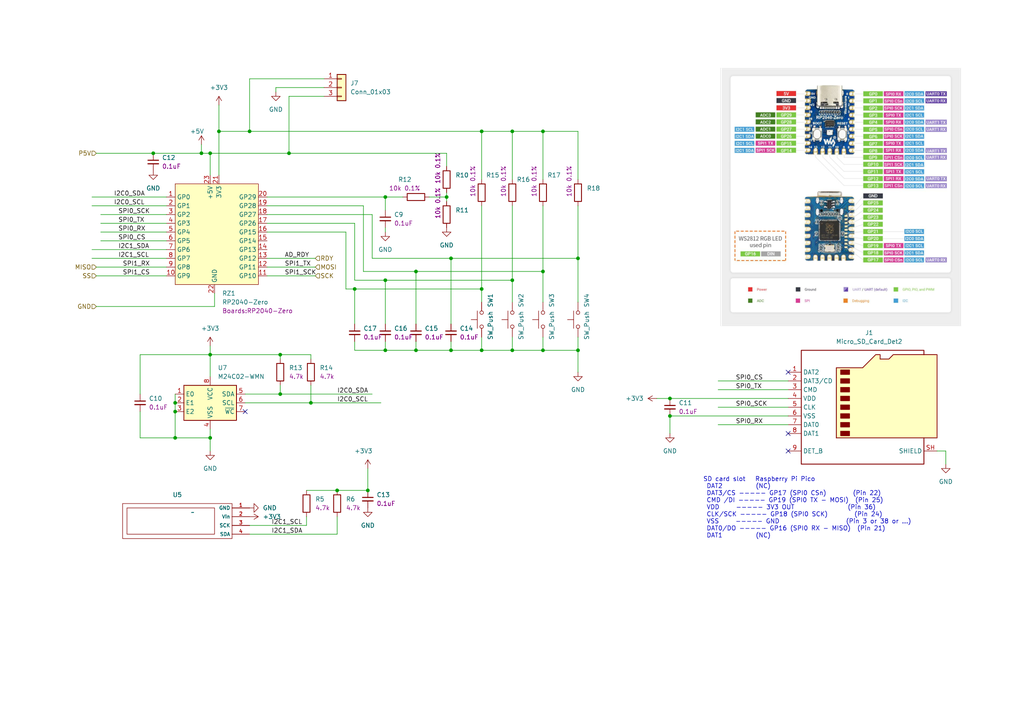
<source format=kicad_sch>
(kicad_sch (version 20230121) (generator eeschema)
  (paper "A4")
  (lib_symbols
    (symbol "Boards:0.91inchOled_32x128"
      (property "Reference" "U" (at -5.08 3.81 0))
      (symbol "0.91inchOled_32x128_0_1"
        (rectangle (start -25.4 2.54) (end 6.35 -7.62))
      )
      (symbol "0.91inchOled_32x128_1_0"
        (pin power_in line (at 11.43 1.27 180) (length 5.08) (name "GND") (number "1"))
        (pin power_in line (at 11.43 -1.27 180) (length 5.08) (name "Vin") (number "2"))
        (pin input line (at 11.43 -3.81 180) (length 5.08) (name "SCK") (number "3"))
        (pin bidirectional line (at 11.43 -6.35 180) (length 5.08) (name "SDA") (number "4"))
      )
      (symbol "0.91inchOled_32x128_1_1"
        (rectangle (start -24.13 1.27) (end 1.27 -6.35))
      )
    )
    (symbol "Boards:RP2040-Zero"
      (property "Reference" "RZ" (at 0 0 0))
      (property "Value" "RP2040-Zero" (at 0 -2.54 0))
      (property "Footprint" "Boards:RP2040-Zero" (at 17.78 -20.32 0))
      (symbol "RP2040-Zero_0_1"
        (rectangle (start -11.43 -15.24) (end 12.7 13.97) (fill (type background)))
      )
      (symbol "RP2040-Zero_1_1"
        (pin bidirectional line (at -13.97 10.16 0) (length 2.54) (name "GP0") (number "1"))
        (pin bidirectional line (at -13.97 -12.7 0) (length 2.54) (name "GP9") (number "10"))
        (pin bidirectional line (at 15.24 -12.7 180) (length 2.54) (name "GP10") (number "11"))
        (pin bidirectional line (at 15.24 -10.16 180) (length 2.54) (name "GP11") (number "12"))
        (pin bidirectional line (at 15.24 -7.62 180) (length 2.54) (name "GP12") (number "13"))
        (pin bidirectional line (at 15.24 -5.08 180) (length 2.54) (name "GP13") (number "14"))
        (pin bidirectional line (at 15.24 -2.54 180) (length 2.54) (name "GP14") (number "15"))
        (pin bidirectional line (at 15.24 0 180) (length 2.54) (name "GP15") (number "16"))
        (pin bidirectional line (at 15.24 2.54 180) (length 2.54) (name "GP26") (number "17"))
        (pin bidirectional line (at 15.24 5.08 180) (length 2.54) (name "GP27") (number "18"))
        (pin bidirectional line (at 15.24 7.62 180) (length 2.54) (name "GP28") (number "19"))
        (pin bidirectional line (at -13.97 7.62 0) (length 2.54) (name "GP1") (number "2"))
        (pin bidirectional line (at 15.24 10.16 180) (length 2.54) (name "GP29") (number "20"))
        (pin power_in line (at 1.27 16.51 270) (length 2.54) (name "3V3") (number "21"))
        (pin power_in line (at 0 -17.78 90) (length 2.54) (name "GND") (number "22"))
        (pin power_in line (at -1.27 16.51 270) (length 2.54) (name "+5V") (number "23"))
        (pin bidirectional line (at -13.97 5.08 0) (length 2.54) (name "GP2") (number "3"))
        (pin bidirectional line (at -13.97 2.54 0) (length 2.54) (name "GP3") (number "4"))
        (pin bidirectional line (at -13.97 0 0) (length 2.54) (name "GP4") (number "5"))
        (pin bidirectional line (at -13.97 -2.54 0) (length 2.54) (name "GP5") (number "6"))
        (pin bidirectional line (at -13.97 -5.08 0) (length 2.54) (name "GP6") (number "7"))
        (pin bidirectional line (at -13.97 -7.62 0) (length 2.54) (name "GP7") (number "8"))
        (pin bidirectional line (at -13.97 -10.16 0) (length 2.54) (name "GP8") (number "9"))
      )
    )
    (symbol "Connectors_local:Micro_SD_Card_Det2"
      (property "Reference" "J" (at -16.51 17.78 0))
      (property "Value" "Micro_SD_Card_Det2" (at 16.51 17.78 0))
      (symbol "Micro_SD_Card_Det2_0_1"
        (rectangle (start -7.62 -6.985) (end -5.08 -8.255) (stroke (width 0.254)) (fill (type outline)))
        (rectangle (start -7.62 -4.445) (end -5.08 -5.715) (stroke (width 0.254)) (fill (type outline)))
        (rectangle (start -7.62 -1.905) (end -5.08 -3.175) (stroke (width 0.254)) (fill (type outline)))
        (rectangle (start -7.62 0.635) (end -5.08 -0.635) (stroke (width 0.254)) (fill (type outline)))
        (rectangle (start -7.62 3.175) (end -5.08 1.905) (stroke (width 0.254)) (fill (type outline)))
        (rectangle (start -7.62 5.715) (end -5.08 4.445) (stroke (width 0.254)) (fill (type outline)))
        (rectangle (start -7.62 8.255) (end -5.08 6.985) (stroke (width 0.254)) (fill (type outline)))
        (rectangle (start -7.62 10.795) (end -5.08 9.525) (stroke (width 0.254)) (fill (type outline)))
        (polyline (pts (xy 16.51 15.24) (xy 16.51 16.51) (xy -19.05 16.51) (xy -19.05 -16.51) (xy 16.51 -16.51) (xy 16.51 -8.89)) (stroke (width 0.254)))
        (polyline (pts (xy -8.89 -8.89) (xy -8.89 11.43) (xy -1.27 11.43) (xy 2.54 15.24) (xy 3.81 15.24) (xy 3.81 13.97) (xy 6.35 13.97) (xy 7.62 15.24) (xy 20.32 15.24) (xy 20.32 -8.89) (xy -8.89 -8.89)) (stroke (width 0.254)) (fill (type background)))
      )
      (symbol "Micro_SD_Card_Det2_1_1"
        (pin bidirectional line (at -22.86 10.16 0) (length 3.81) (name "DAT2") (number "1"))
        (pin bidirectional line (at -22.86 7.62 0) (length 3.81) (name "DAT3/CD") (number "2"))
        (pin input line (at -22.86 5.08 0) (length 3.81) (name "CMD") (number "3"))
        (pin power_in line (at -22.86 2.54 0) (length 3.81) (name "VDD") (number "4"))
        (pin input line (at -22.86 0 0) (length 3.81) (name "CLK") (number "5"))
        (pin power_in line (at -22.86 -2.54 0) (length 3.81) (name "VSS") (number "6"))
        (pin bidirectional line (at -22.86 -5.08 0) (length 3.81) (name "DAT0") (number "7"))
        (pin bidirectional line (at -22.86 -7.62 0) (length 3.81) (name "DAT1") (number "8"))
        (pin passive line (at -22.86 -12.7 0) (length 3.81) (name "DET_B") (number "9"))
        (pin passive line (at 20.32 -12.7 180) (length 3.81) (name "SHIELD") (number "SH"))
      )
    )
    (symbol "Memory_EEPROM:M24C02-WMN"
      (property "Reference" "U" (at -6.35 6.35 0))
      (property "Value" "M24C02-WMN" (at 7.62 6.35 0))
      (symbol "M24C02-WMN_0_1"
        (rectangle (start -7.62 5.08) (end 7.62 -5.08) (stroke (width 0.254)) (fill (type background)))
      )
      (symbol "M24C02-WMN_1_1"
        (pin input line (at -10.16 2.54 0) (length 2.54) (name "E0") (number "1"))
        (pin input line (at -10.16 0 0) (length 2.54) (name "E1") (number "2"))
        (pin input line (at -10.16 -2.54 0) (length 2.54) (name "E2") (number "3"))
        (pin power_in line (at 0 -7.62 90) (length 2.54) (name "VSS") (number "4"))
        (pin bidirectional line (at 10.16 2.54 180) (length 2.54) (name "SDA") (number "5"))
        (pin input line (at 10.16 0 180) (length 2.54) (name "SCL") (number "6"))
        (pin input line (at 10.16 -2.54 180) (length 2.54) (name "~{WC}") (number "7"))
        (pin power_in line (at 0 7.62 270) (length 2.54) (name "VCC") (number "8"))
      )
    )
    (symbol "PCM_4ms_Capacitor:100nF_0603_16V" (pin_numbers hide) (pin_names (offset 0.254) hide)
      (property "Reference" "C" (at 1.905 1.27 0))
      (property "Display" "0.1uF" (at 1.905 -1.27 0))
      (symbol "100nF_0603_16V_0_1"
        (polyline (pts (xy -1.524 -0.508) (xy 1.524 -0.508)) (stroke (width 0.3302)))
        (polyline (pts (xy -1.524 0.508) (xy 1.524 0.508)) (stroke (width 0.3048)))
      )
      (symbol "100nF_0603_16V_1_1"
        (pin passive line (at 0 2.54 270) (length 2.032) (name "~") (number "1"))
        (pin passive line (at 0 -2.54 90) (length 2.032) (name "~") (number "2"))
      )
    )
    (symbol "PCM_4ms_Connector:Conn_01x03" (pin_names (offset 1.016) hide)
      (property "Reference" "J" (at 0 5.08 0))
      (property "Value" "Conn_01x03" (at 0 -5.08 0))
      (symbol "Conn_01x03_1_1"
        (rectangle (start -1.27 -2.413) (end 0 -2.667) (stroke (width 0.1524)))
        (rectangle (start -1.27 0.127) (end 0 -0.127) (stroke (width 0.1524)))
        (rectangle (start -1.27 2.667) (end 0 2.413) (stroke (width 0.1524)))
        (rectangle (start -1.27 3.81) (end 1.27 -3.81) (stroke (width 0.254)) (fill (type background)))
        (pin passive line (at -5.08 2.54 0) (length 3.81) (name "Pin_1") (number "1"))
        (pin passive line (at -5.08 0 0) (length 3.81) (name "Pin_2") (number "2"))
        (pin passive line (at -5.08 -2.54 0) (length 3.81) (name "Pin_3") (number "3"))
      )
    )
    (symbol "PCM_4ms_Power-symbol:+3.3V" (power) (pin_names (offset 0))
      (property "Value" "+3.3V" (at 0 3.556 0))
      (symbol "+3.3V_0_1"
        (polyline (pts (xy -0.762 1.27) (xy 0 2.54)))
        (polyline (pts (xy 0 0) (xy 0 2.54)))
        (polyline (pts (xy 0 2.54) (xy 0.762 1.27)))
      )
      (symbol "+3.3V_1_1"
        (pin power_in line (at 0 0 90) (length 0) hide (name "+3V3") (number "1"))
      )
    )
    (symbol "PCM_4ms_Power-symbol:+5V" (power) (pin_names (offset 0))
      (property "Value" "+5V" (at 0 3.556 0))
      (symbol "+5V_0_1"
        (polyline (pts (xy -0.762 1.27) (xy 0 2.54)))
        (polyline (pts (xy 0 0) (xy 0 2.54)))
        (polyline (pts (xy 0 2.54) (xy 0.762 1.27)))
      )
      (symbol "+5V_1_1"
        (pin power_in line (at 0 0 90) (length 0) hide (name "+5V") (number "1"))
      )
    )
    (symbol "PCM_4ms_Power-symbol:GND" (power) (pin_names (offset 0))
      (property "Value" "GND" (at 0 -3.81 0))
      (symbol "GND_0_1"
        (polyline (pts (xy 0 0) (xy 0 -1.27) (xy 1.27 -1.27) (xy 0 -2.54) (xy -1.27 -1.27) (xy 0 -1.27)))
      )
      (symbol "GND_1_1"
        (pin power_in line (at 0 0 270) (length 0) hide (name "GND") (number "1"))
      )
    )
    (symbol "PCM_4ms_Resistor:10k_0603_0.1%" (pin_numbers hide) (pin_names (offset 0))
      (property "Reference" "R" (at 2.032 0 90))
      (property "Display" "10k 0.1%" (at 3.81 -4.445 90))
      (symbol "10k_0603_0.1%_0_1"
        (rectangle (start -1.016 -2.54) (end 1.016 2.54) (stroke (width 0.254)))
      )
      (symbol "10k_0603_0.1%_1_1"
        (pin passive line (at 0 3.81 270) (length 1.27) (name "~") (number "1"))
        (pin passive line (at 0 -3.81 90) (length 1.27) (name "~") (number "2"))
      )
    )
    (symbol "PCM_4ms_Resistor:4.7k_0603" (pin_numbers hide) (pin_names (offset 0))
      (property "Reference" "R" (at 2.032 0 90))
      (property "Display" "4.7k" (at 3.81 0 90))
      (symbol "4.7k_0603_0_1"
        (rectangle (start -1.016 -2.54) (end 1.016 2.54) (stroke (width 0.254)))
      )
      (symbol "4.7k_0603_1_1"
        (pin passive line (at 0 3.81 270) (length 1.27) (name "~") (number "1"))
        (pin passive line (at 0 -3.81 90) (length 1.27) (name "~") (number "2"))
      )
    )
    (symbol "Switch:SW_Push" (pin_numbers hide) (pin_names (offset 1.016) hide)
      (property "Reference" "SW" (at 1.27 2.54 0))
      (property "Value" "SW_Push" (at 0 -1.524 0))
      (symbol "SW_Push_0_1"
        (circle (center -2.032 0) (radius 0.508))
        (polyline (pts (xy 0 1.27) (xy 0 3.048)))
        (polyline (pts (xy 2.54 1.27) (xy -2.54 1.27)))
        (circle (center 2.032 0) (radius 0.508))
        (pin passive line (at -5.08 0 0) (length 2.54) (name "1") (number "1"))
        (pin passive line (at 5.08 0 180) (length 2.54) (name "2") (number "2"))
      )
    )
  )
  (junction (at 111.76 101.6))
  (junction (at 120.65 78.74))
  (junction (at 111.76 57.15))
  (junction (at 58.42 44.45))
  (junction (at 157.48 38.1))
  (junction (at 63.5 38.1))
  (junction (at 139.7 83.82))
  (junction (at 167.64 101.6))
  (junction (at 157.48 78.74))
  (junction (at 130.81 101.6))
  (junction (at 194.31 115.57))
  (junction (at 83.82 44.45))
  (junction (at 50.8 116.84))
  (junction (at 90.17 116.84))
  (junction (at 44.45 44.45))
  (junction (at 50.8 119.38))
  (junction (at 148.59 81.28))
  (junction (at 148.59 101.6))
  (junction (at 130.81 74.93))
  (junction (at 81.28 114.3))
  (junction (at 106.68 142.24))
  (junction (at 50.8 127))
  (junction (at 111.76 81.28))
  (junction (at 60.96 127))
  (junction (at 102.87 83.82))
  (junction (at 157.48 101.6))
  (junction (at 167.64 74.93))
  (junction (at 148.59 38.1))
  (junction (at 81.28 102.87))
  (junction (at 129.54 57.15))
  (junction (at 60.96 102.87))
  (junction (at 194.31 120.65))
  (junction (at 120.65 101.6))
  (junction (at 72.39 38.1))
  (junction (at 139.7 38.1))
  (junction (at 139.7 101.6))
  (junction (at 97.79 142.24))
  (junction (at 60.96 44.45))
  (no_connect (at 228.6 125.73))
  (no_connect (at 71.12 119.38))
  (no_connect (at 228.6 107.95))
  (no_connect (at 228.6 130.81))
  (wire (pts (xy 102.87 64.77) (xy 102.87 81.28)))
  (wire (pts (xy 27.94 44.45) (xy 44.45 44.45)))
  (wire (pts (xy 102.87 83.82) (xy 139.7 83.82)))
  (wire (pts (xy 111.76 81.28) (xy 148.59 81.28)))
  (wire (pts (xy 77.47 74.93) (xy 91.44 74.93)))
  (wire (pts (xy 111.76 99.06) (xy 111.76 101.6)))
  (wire (pts (xy 90.17 102.87) (xy 90.17 104.14)))
  (wire (pts (xy 26.67 72.39) (xy 48.26 72.39)))
  (wire (pts (xy 111.76 57.15) (xy 116.84 57.15)))
  (wire (pts (xy 130.81 101.6) (xy 139.7 101.6)))
  (wire (pts (xy 102.87 81.28) (xy 111.76 81.28)))
  (wire (pts (xy 81.28 102.87) (xy 90.17 102.87)))
  (wire (pts (xy 60.96 127) (xy 50.8 127)))
  (wire (pts (xy 62.23 88.9) (xy 62.23 85.09)))
  (wire (pts (xy 167.64 101.6) (xy 167.64 107.95)))
  (wire (pts (xy 120.65 78.74) (xy 157.48 78.74)))
  (wire (pts (xy 77.47 64.77) (xy 102.87 64.77)))
  (wire (pts (xy 27.94 80.01) (xy 48.26 80.01)))
  (wire (pts (xy 58.42 41.91) (xy 58.42 44.45)))
  (wire (pts (xy 77.47 59.69) (xy 105.41 59.69)))
  (wire (pts (xy 102.87 101.6) (xy 111.76 101.6)))
  (wire (pts (xy 50.8 119.38) (xy 50.8 116.84)))
  (wire (pts (xy 71.12 116.84) (xy 90.17 116.84)))
  (wire (pts (xy 60.96 44.45) (xy 60.96 50.8)))
  (wire (pts (xy 81.28 111.76) (xy 81.28 114.3)))
  (wire (pts (xy 77.47 57.15) (xy 111.76 57.15)))
  (wire (pts (xy 60.96 100.33) (xy 60.96 102.87)))
  (wire (pts (xy 194.31 115.57) (xy 228.6 115.57)))
  (wire (pts (xy 60.96 130.81) (xy 60.96 127)))
  (wire (pts (xy 100.33 83.82) (xy 102.87 83.82)))
  (wire (pts (xy 129.54 57.15) (xy 129.54 58.42)))
  (wire (pts (xy 63.5 30.48) (xy 63.5 38.1)))
  (wire (pts (xy 93.98 22.86) (xy 72.39 22.86)))
  (wire (pts (xy 130.81 99.06) (xy 130.81 101.6)))
  (wire (pts (xy 139.7 38.1) (xy 148.59 38.1)))
  (wire (pts (xy 97.79 154.94) (xy 97.79 149.86)))
  (wire (pts (xy 167.64 74.93) (xy 167.64 87.63)))
  (wire (pts (xy 102.87 83.82) (xy 102.87 93.98)))
  (wire (pts (xy 63.5 38.1) (xy 63.5 50.8)))
  (wire (pts (xy 111.76 60.96) (xy 111.76 57.15)))
  (wire (pts (xy 111.76 101.6) (xy 120.65 101.6)))
  (wire (pts (xy 228.6 120.65) (xy 194.31 120.65)))
  (wire (pts (xy 194.31 120.65) (xy 194.31 125.73)))
  (wire (pts (xy 271.78 130.81) (xy 274.32 130.81)))
  (wire (pts (xy 72.39 152.4) (xy 88.9 152.4)))
  (wire (pts (xy 111.76 66.04) (xy 111.76 67.31)))
  (wire (pts (xy 63.5 38.1) (xy 72.39 38.1)))
  (wire (pts (xy 208.28 118.11) (xy 228.6 118.11)))
  (wire (pts (xy 148.59 101.6) (xy 157.48 101.6)))
  (wire (pts (xy 81.28 114.3) (xy 107.95 114.3)))
  (wire (pts (xy 107.95 62.23) (xy 107.95 74.93)))
  (wire (pts (xy 60.96 44.45) (xy 83.82 44.45)))
  (wire (pts (xy 105.41 59.69) (xy 105.41 78.74)))
  (wire (pts (xy 60.96 102.87) (xy 60.96 109.22)))
  (wire (pts (xy 139.7 97.79) (xy 139.7 101.6)))
  (wire (pts (xy 130.81 74.93) (xy 167.64 74.93)))
  (wire (pts (xy 129.54 55.88) (xy 129.54 57.15)))
  (wire (pts (xy 120.65 99.06) (xy 120.65 101.6)))
  (wire (pts (xy 208.28 113.03) (xy 228.6 113.03)))
  (wire (pts (xy 71.12 114.3) (xy 81.28 114.3)))
  (wire (pts (xy 72.39 22.86) (xy 72.39 38.1)))
  (wire (pts (xy 120.65 78.74) (xy 120.65 93.98)))
  (wire (pts (xy 83.82 27.94) (xy 83.82 44.45)))
  (wire (pts (xy 60.96 102.87) (xy 40.64 102.87)))
  (wire (pts (xy 77.47 62.23) (xy 107.95 62.23)))
  (wire (pts (xy 106.68 135.89) (xy 106.68 142.24)))
  (wire (pts (xy 148.59 81.28) (xy 148.59 87.63)))
  (wire (pts (xy 40.64 102.87) (xy 40.64 114.3)))
  (wire (pts (xy 29.21 62.23) (xy 48.26 62.23)))
  (wire (pts (xy 167.64 97.79) (xy 167.64 101.6)))
  (wire (pts (xy 190.5 115.57) (xy 194.31 115.57)))
  (wire (pts (xy 44.45 44.45) (xy 58.42 44.45)))
  (wire (pts (xy 208.28 110.49) (xy 228.6 110.49)))
  (wire (pts (xy 167.64 59.69) (xy 167.64 74.93)))
  (wire (pts (xy 148.59 97.79) (xy 148.59 101.6)))
  (wire (pts (xy 105.41 78.74) (xy 120.65 78.74)))
  (wire (pts (xy 77.47 80.01) (xy 91.44 80.01)))
  (wire (pts (xy 130.81 74.93) (xy 130.81 93.98)))
  (wire (pts (xy 88.9 142.24) (xy 97.79 142.24)))
  (wire (pts (xy 107.95 74.93) (xy 130.81 74.93)))
  (wire (pts (xy 26.67 74.93) (xy 48.26 74.93)))
  (wire (pts (xy 58.42 44.45) (xy 60.96 44.45)))
  (wire (pts (xy 120.65 101.6) (xy 130.81 101.6)))
  (wire (pts (xy 90.17 116.84) (xy 110.49 116.84)))
  (wire (pts (xy 274.32 130.81) (xy 274.32 134.62)))
  (wire (pts (xy 129.54 44.45) (xy 129.54 48.26)))
  (wire (pts (xy 27.94 88.9) (xy 62.23 88.9)))
  (wire (pts (xy 27.94 77.47) (xy 48.26 77.47)))
  (wire (pts (xy 139.7 83.82) (xy 139.7 87.63)))
  (wire (pts (xy 111.76 81.28) (xy 111.76 93.98)))
  (wire (pts (xy 139.7 38.1) (xy 139.7 52.07)))
  (wire (pts (xy 81.28 104.14) (xy 81.28 102.87)))
  (wire (pts (xy 48.26 64.77) (xy 29.21 64.77)))
  (wire (pts (xy 60.96 127) (xy 60.96 124.46)))
  (wire (pts (xy 26.67 57.15) (xy 48.26 57.15)))
  (wire (pts (xy 157.48 59.69) (xy 157.48 78.74)))
  (wire (pts (xy 148.59 59.69) (xy 148.59 81.28)))
  (wire (pts (xy 93.98 27.94) (xy 83.82 27.94)))
  (wire (pts (xy 157.48 78.74) (xy 157.48 87.63)))
  (wire (pts (xy 208.28 123.19) (xy 228.6 123.19)))
  (wire (pts (xy 157.48 101.6) (xy 167.64 101.6)))
  (wire (pts (xy 26.67 59.69) (xy 48.26 59.69)))
  (wire (pts (xy 80.01 26.67) (xy 80.01 25.4)))
  (wire (pts (xy 157.48 38.1) (xy 167.64 38.1)))
  (wire (pts (xy 80.01 25.4) (xy 93.98 25.4)))
  (wire (pts (xy 157.48 38.1) (xy 157.48 52.07)))
  (wire (pts (xy 29.21 69.85) (xy 48.26 69.85)))
  (wire (pts (xy 157.48 97.79) (xy 157.48 101.6)))
  (wire (pts (xy 124.46 57.15) (xy 129.54 57.15)))
  (wire (pts (xy 77.47 67.31) (xy 100.33 67.31)))
  (wire (pts (xy 88.9 149.86) (xy 88.9 152.4)))
  (wire (pts (xy 29.21 67.31) (xy 48.26 67.31)))
  (wire (pts (xy 60.96 102.87) (xy 81.28 102.87)))
  (wire (pts (xy 83.82 44.45) (xy 129.54 44.45)))
  (wire (pts (xy 139.7 59.69) (xy 139.7 83.82)))
  (wire (pts (xy 102.87 99.06) (xy 102.87 101.6)))
  (wire (pts (xy 50.8 116.84) (xy 50.8 114.3)))
  (wire (pts (xy 40.64 127) (xy 50.8 127)))
  (wire (pts (xy 148.59 38.1) (xy 148.59 52.07)))
  (wire (pts (xy 148.59 38.1) (xy 157.48 38.1)))
  (wire (pts (xy 167.64 38.1) (xy 167.64 52.07)))
  (wire (pts (xy 100.33 67.31) (xy 100.33 83.82)))
  (wire (pts (xy 50.8 127) (xy 50.8 119.38)))
  (wire (pts (xy 106.68 142.24) (xy 97.79 142.24)))
  (wire (pts (xy 139.7 101.6) (xy 148.59 101.6)))
  (wire (pts (xy 72.39 154.94) (xy 97.79 154.94)))
  (wire (pts (xy 40.64 119.38) (xy 40.64 127)))
  (wire (pts (xy 77.47 77.47) (xy 91.44 77.47)))
  (wire (pts (xy 72.39 38.1) (xy 139.7 38.1)))
  (wire (pts (xy 90.17 111.76) (xy 90.17 116.84)))
  (image (at 243.84 57.15) (scale 0.916669))
  (text "      SD card slot   Raspberry Pi Pico\n       DAT2          (NC)\n       DAT3/CS ----- GP17 (SPI0 CSn)        (Pin 22)\n       CMD /DI ----- GP19 (SPI0 TX - MOSI)  (Pin 25)\n       VDD     ----- 3V3 OUT                (Pin 36)\n       CLK/SCK ----- GP18 (SPI0 SCK)        (Pin 24)\n       VSS     ----- GND                    (Pin 3 or 38 or ...)\n       DAT0/DO ----- GP16 (SPI0 RX - MISO)  (Pin 21)\n       DAT1          (NC)" (at 198.12 156.21 0) (effects (font (size 1.27 1.27)) (justify left bottom)))
  (label "SPI0_TX" (at 34.29 64.77 0))
  (label "SPI0_SCK" (at 213.36 118.11 0))
  (label "SPI0_TX" (at 213.36 113.03 0))
  (label "I2C1_SDA" (at 34.29 72.39 0))
  (label "I2C0_SCL" (at 33.02 59.69 0))
  (label "I2C1_SDA" (at 78.74 154.94 0))
  (label "I2C1_SCL" (at 78.74 152.4 0))
  (label "SPI0_CS" (at 213.36 110.49 0))
  (label "SPI1_SCK" (at 82.55 80.01 0))
  (label "SPI1_TX" (at 82.55 77.47 0))
  (label "I2C0_SDA" (at 33.02 57.15 0))
  (label "SPI0_CS" (at 34.29 69.85 0))
  (label "SPI1_RX" (at 35.56 77.47 0))
  (label "SPI0_RX" (at 213.36 123.19 0))
  (label "I2C0_SDA" (at 97.79 114.3 0))
  (label "AD_RDY" (at 82.55 74.93 0))
  (label "I2C0_SCL" (at 97.79 116.84 0))
  (label "SPI1_CS" (at 35.56 80.01 0))
  (label "I2C1_SCL" (at 34.29 74.93 0))
  (label "SPI0_SCK" (at 34.29 62.23 0))
  (label "SPI0_RX" (at 34.29 67.31 0))
  (hierarchical_label "MISO" (shape input) (at 27.94 77.47 180))
  (hierarchical_label "MOSI" (shape input) (at 91.44 77.47 0))
  (hierarchical_label "P5V" (shape input) (at 27.94 44.45 180))
  (hierarchical_label "SS" (shape input) (at 27.94 80.01 180))
  (hierarchical_label "SCK" (shape input) (at 91.44 80.01 0))
  (hierarchical_label "RDY" (shape input) (at 91.44 74.93 0))
  (hierarchical_label "GND" (shape input) (at 27.94 88.9 180))
  (symbol (lib_id "PCM_4ms_Power-symbol:GND") (at 44.45 49.53 0) (unit 1)
    (property "Reference" "#PWR019" (effects hide))
    (property "Value" "GND" (at 44.45 54.61 0))
  )
  (symbol (lib_id "PCM_4ms_Resistor:4.7k_0603") (at 81.28 107.95 0) (unit 1)
    (property "Reference" "R13" (at 83.82 106.68 0) (effects (justify left)))
    (property "Value" "4.7k_0603" (effects hide))
    (property "Footprint" "PCM_4ms_Resistor:R_0603" (effects hide))
    (property "Specifications" "4k7, 1%, 1/10W, 0603" (effects hide))
    (property "Manufacturer" "Yageo" (effects hide))
    (property "Part Number" "RC0603FR-074K7L" (effects hide))
    (property "Display" "4.7k" (at 83.82 109.22 0) (effects (justify left)))
    (property "JLCPCB ID" "C23162" (effects hide))
  )
  (symbol (lib_id "Switch:SW_Push") (at 139.7 92.71 90) (unit 1)
    (property "Reference" "SW1" (at 142.24 85.09 0) (effects (justify right)))
    (property "Value" "SW_Push" (at 142.24 90.17 0) (effects (justify right)))
    (property "Footprint" "Button_Switch_THT:SW_PUSH_6mm_H4.3mm" (effects hide))
  )
  (symbol (lib_id "PCM_4ms_Capacitor:100nF_0603_16V") (at 194.31 118.11 0) (unit 1)
    (property "Reference" "C11" (at 196.85 116.8463 0) (effects (justify left)))
    (property "Value" "100nF_0603_16V" (effects hide))
    (property "Footprint" "PCM_4ms_Capacitor:C_0603" (effects hide))
    (property "Specifications" "0.1uF, Min. 16V 10%, X7R or X5R or similar" (effects hide))
    (property "Manufacturer" "AVX Corporation" (effects hide))
    (property "Part Number" "0603YC104KAT2A" (effects hide))
    (property "Display" "0.1uF" (at 196.85 119.3863 0) (effects (justify left)))
    (property "JLCPCB ID" "C14663" (effects hide))
  )
  (symbol (lib_id "Memory_EEPROM:M24C02-WMN") (at 60.96 116.84 0) (unit 1)
    (property "Reference" "U7" (at 63.1541 106.68 0) (effects (justify left)))
    (property "Value" "M24C02-WMN" (at 63.1541 109.22 0) (effects (justify left)))
    (property "Footprint" "Package_SO:SOIC-8_3.9x4.9mm_P1.27mm" (effects hide))
    (property "Datasheet" "http://www.st.com/content/ccc/resource/technical/document/datasheet/b0/d8/50/40/5a/85/49/6f/DM00071904.pdf/files/DM00071904.pdf/jcr:content/translations/en.DM00071904.pdf" (effects hide))
  )
  (symbol (lib_id "PCM_4ms_Power-symbol:GND") (at 111.76 67.31 0) (unit 1)
    (property "Reference" "#PWR021" (effects hide))
    (property "Value" "GND" (at 111.76 72.39 0))
  )
  (symbol (lib_id "Boards:RP2040-Zero") (at 62.23 67.31 0) (unit 1)
    (property "Reference" "RZ1" (at 64.4241 85.09 0) (effects (justify left)))
    (property "Value" "RP2040-Zero" (at 64.4241 87.63 0) (effects (justify left)))
    (property "Footprint" "Boards:RP2040-Zero" (at 64.4241 90.17 0) (effects (justify left)))
  )
  (symbol (lib_id "PCM_4ms_Capacitor:100nF_0603_16V") (at 106.68 144.78 0) (unit 1)
    (property "Reference" "C13" (at 109.22 143.5163 0) (effects (justify left)))
    (property "Value" "100nF_0603_16V" (effects hide))
    (property "Footprint" "PCM_4ms_Capacitor:C_0603" (effects hide))
    (property "Specifications" "0.1uF, Min. 16V 10%, X7R or X5R or similar" (effects hide))
    (property "Manufacturer" "AVX Corporation" (effects hide))
    (property "Part Number" "0603YC104KAT2A" (effects hide))
    (property "Display" "0.1uF" (at 109.22 146.0563 0) (effects (justify left)))
    (property "JLCPCB ID" "C14663" (effects hide))
  )
  (symbol (lib_id "PCM_4ms_Power-symbol:GND") (at 80.01 26.67 0) (unit 1)
    (property "Reference" "#PWR028" (effects hide))
    (property "Value" "GND" (at 80.01 31.75 0))
  )
  (symbol (lib_id "PCM_4ms_Resistor:10k_0603_0.1%") (at 129.54 62.23 0) (unit 1)
    (property "Reference" "R11" (at 132.08 60.96 0) (effects (justify left)))
    (property "Value" "10k_0603_0.1%" (effects hide))
    (property "Footprint" "PCM_4ms_Resistor:R_0603" (effects hide))
    (property "Display" "10k 0.1%" (at 127 63.5 90) (effects (justify left)))
    (property "Specifications" "10k, 0.1%, 1/16W, 0603, 25ppm" (effects hide))
    (property "Manufacturer" "Panasonic" (effects hide))
    (property "Part Number" "ERJ-PB3B1002V" (effects hide))
    (property "Manufacturer 2" "Yageo" (effects hide))
    (property "Part Number 2" "RT0603BRD1010KL" (effects hide))
  )
  (symbol (lib_id "PCM_4ms_Power-symbol:GND") (at 274.32 134.62 0) (unit 1)
    (property "Reference" "#PWR015" (effects hide))
    (property "Value" "GND" (at 274.32 139.7 0))
  )
  (symbol (lib_id "PCM_4ms_Resistor:4.7k_0603") (at 90.17 107.95 0) (unit 1)
    (property "Reference" "R14" (at 92.71 106.68 0) (effects (justify left)))
    (property "Value" "4.7k_0603" (effects hide))
    (property "Footprint" "PCM_4ms_Resistor:R_0603" (effects hide))
    (property "Specifications" "4k7, 1%, 1/10W, 0603" (effects hide))
    (property "Manufacturer" "Yageo" (effects hide))
    (property "Part Number" "RC0603FR-074K7L" (effects hide))
    (property "Display" "4.7k" (at 92.71 109.22 0) (effects (justify left)))
    (property "JLCPCB ID" "C23162" (effects hide))
  )
  (symbol (lib_id "PCM_4ms_Capacitor:100nF_0603_16V") (at 102.87 96.52 0) (unit 1)
    (property "Reference" "C17" (at 105.41 95.2563 0) (effects (justify left)))
    (property "Value" "100nF_0603_16V" (effects hide))
    (property "Footprint" "PCM_4ms_Capacitor:C_0603" (effects hide))
    (property "Specifications" "0.1uF, Min. 16V 10%, X7R or X5R or similar" (effects hide))
    (property "Manufacturer" "AVX Corporation" (effects hide))
    (property "Part Number" "0603YC104KAT2A" (effects hide))
    (property "Display" "0.1uF" (at 105.41 97.7963 0) (effects (justify left)))
    (property "JLCPCB ID" "C14663" (effects hide))
  )
  (symbol (lib_id "PCM_4ms_Power-symbol:GND") (at 106.68 147.32 0) (unit 1)
    (property "Reference" "#PWR025" (effects hide))
    (property "Value" "GND" (at 106.68 152.4 0))
  )
  (symbol (lib_id "PCM_4ms_Connector:Conn_01x03") (at 99.06 25.4 0) (unit 1)
    (property "Reference" "J7" (at 101.6 24.13 0) (effects (justify left)))
    (property "Value" "Conn_01x03" (at 101.6 26.67 0) (effects (justify left)))
    (property "Footprint" "PCM_4ms_Connector:Pins_1x03_2.54mm_TH_AudioInsRGndL" (effects hide))
    (property "Specifications" "HEADER 1x3 MALE PINS 0.100” 180deg" (effects hide))
    (property "Manufacturer" "TAD" (effects hide))
    (property "Part Number" "1-0301FBV0T" (effects hide))
  )
  (symbol (lib_id "PCM_4ms_Capacitor:100nF_0603_16V") (at 44.45 46.99 0) (unit 1)
    (property "Reference" "C12" (at 46.99 45.7263 0) (effects (justify left)))
    (property "Value" "100nF_0603_16V" (effects hide))
    (property "Footprint" "PCM_4ms_Capacitor:C_0603" (effects hide))
    (property "Specifications" "0.1uF, Min. 16V 10%, X7R or X5R or similar" (effects hide))
    (property "Manufacturer" "AVX Corporation" (effects hide))
    (property "Part Number" "0603YC104KAT2A" (effects hide))
    (property "Display" "0.1uF" (at 46.99 48.2663 0) (effects (justify left)))
    (property "JLCPCB ID" "C14663" (effects hide))
  )
  (symbol (lib_id "PCM_4ms_Capacitor:100nF_0603_16V") (at 130.81 96.52 0) (unit 1)
    (property "Reference" "C14" (at 133.35 95.2563 0) (effects (justify left)))
    (property "Value" "100nF_0603_16V" (effects hide))
    (property "Footprint" "PCM_4ms_Capacitor:C_0603" (effects hide))
    (property "Specifications" "0.1uF, Min. 16V 10%, X7R or X5R or similar" (effects hide))
    (property "Manufacturer" "AVX Corporation" (effects hide))
    (property "Part Number" "0603YC104KAT2A" (effects hide))
    (property "Display" "0.1uF" (at 133.35 97.7963 0) (effects (justify left)))
    (property "JLCPCB ID" "C14663" (effects hide))
  )
  (symbol (lib_id "PCM_4ms_Capacitor:100nF_0603_16V") (at 120.65 96.52 0) (unit 1)
    (property "Reference" "C15" (at 123.19 95.2563 0) (effects (justify left)))
    (property "Value" "100nF_0603_16V" (effects hide))
    (property "Footprint" "PCM_4ms_Capacitor:C_0603" (effects hide))
    (property "Specifications" "0.1uF, Min. 16V 10%, X7R or X5R or similar" (effects hide))
    (property "Manufacturer" "AVX Corporation" (effects hide))
    (property "Part Number" "0603YC104KAT2A" (effects hide))
    (property "Display" "0.1uF" (at 123.19 97.7963 0) (effects (justify left)))
    (property "JLCPCB ID" "C14663" (effects hide))
  )
  (symbol (lib_id "PCM_4ms_Power-symbol:GND") (at 72.39 147.32 90) (unit 1)
    (property "Reference" "#PWR017" (effects hide))
    (property "Value" "GND" (at 76.2 147.32 90) (effects (justify right)))
  )
  (symbol (lib_id "PCM_4ms_Resistor:10k_0603_0.1%") (at 157.48 55.88 0) (unit 1)
    (property "Reference" "R17" (at 158.75 50.8 0) (effects (justify left)))
    (property "Value" "10k_0603_0.1%" (effects hide))
    (property "Footprint" "PCM_4ms_Resistor:R_0603" (effects hide))
    (property "Display" "10k 0.1%" (at 154.94 57.15 90) (effects (justify left)))
    (property "Specifications" "10k, 0.1%, 1/16W, 0603, 25ppm" (effects hide))
    (property "Manufacturer" "Panasonic" (effects hide))
    (property "Part Number" "ERJ-PB3B1002V" (effects hide))
    (property "Manufacturer 2" "Yageo" (effects hide))
    (property "Part Number 2" "RT0603BRD1010KL" (effects hide))
  )
  (symbol (lib_id "PCM_4ms_Power-symbol:+3.3V") (at 60.96 100.33 0) (unit 1)
    (property "Reference" "#PWR022" (effects hide))
    (property "Value" "+3.3V" (at 60.96 95.25 0))
  )
  (symbol (lib_id "PCM_4ms_Power-symbol:+5V") (at 58.42 41.91 0) (unit 1)
    (property "Reference" "#PWR026" (effects hide))
    (property "Value" "+5V" (at 57.15 38.1 0))
  )
  (symbol (lib_id "PCM_4ms_Power-symbol:+3.3V") (at 106.68 135.89 0) (unit 1)
    (property "Reference" "#PWR018" (effects hide))
    (property "Value" "+3.3V" (at 105.41 130.81 0))
  )
  (symbol (lib_id "PCM_4ms_Power-symbol:GND") (at 167.64 107.95 0) (unit 1)
    (property "Reference" "#PWR024" (effects hide))
    (property "Value" "GND" (at 167.64 113.03 0))
  )
  (symbol (lib_id "Switch:SW_Push") (at 148.59 92.71 90) (unit 1)
    (property "Reference" "SW2" (at 151.13 85.09 0) (effects (justify right)))
    (property "Value" "SW_Push" (at 151.13 90.17 0) (effects (justify right)))
    (property "Footprint" "Button_Switch_THT:SW_PUSH_6mm_H4.3mm" (effects hide))
  )
  (symbol (lib_id "PCM_4ms_Resistor:10k_0603_0.1%") (at 148.59 55.88 0) (unit 1)
    (property "Reference" "R16" (at 149.86 52.07 0) (effects (justify left)))
    (property "Value" "10k_0603_0.1%" (effects hide))
    (property "Footprint" "PCM_4ms_Resistor:R_0603" (effects hide))
    (property "Display" "10k 0.1%" (at 146.05 57.15 90) (effects (justify left)))
    (property "Specifications" "10k, 0.1%, 1/16W, 0603, 25ppm" (effects hide))
    (property "Manufacturer" "Panasonic" (effects hide))
    (property "Part Number" "ERJ-PB3B1002V" (effects hide))
    (property "Manufacturer 2" "Yageo" (effects hide))
    (property "Part Number 2" "RT0603BRD1010KL" (effects hide))
  )
  (symbol (lib_id "PCM_4ms_Power-symbol:GND") (at 129.54 66.04 0) (unit 1)
    (property "Reference" "#PWR020" (effects hide))
    (property "Value" "GND" (at 129.54 71.12 0))
  )
  (symbol (lib_id "PCM_4ms_Capacitor:100nF_0603_16V") (at 40.64 116.84 0) (unit 1)
    (property "Reference" "C10" (at 43.18 115.5763 0) (effects (justify left)))
    (property "Value" "100nF_0603_16V" (effects hide))
    (property "Footprint" "PCM_4ms_Capacitor:C_0603" (effects hide))
    (property "Specifications" "0.1uF, Min. 16V 10%, X7R or X5R or similar" (effects hide))
    (property "Manufacturer" "AVX Corporation" (effects hide))
    (property "Part Number" "0603YC104KAT2A" (effects hide))
    (property "Display" "0.1uF" (at 43.18 118.1163 0) (effects (justify left)))
    (property "JLCPCB ID" "C14663" (effects hide))
  )
  (symbol (lib_id "Switch:SW_Push") (at 167.64 92.71 90) (unit 1)
    (property "Reference" "SW4" (at 170.18 85.09 0) (effects (justify right)))
    (property "Value" "SW_Push" (at 170.18 90.17 0) (effects (justify right)))
    (property "Footprint" "Button_Switch_THT:SW_PUSH_6mm_H4.3mm" (effects hide))
  )
  (symbol (lib_id "Connectors_local:Micro_SD_Card_Det2") (at 251.46 118.11 0) (unit 1)
    (property "Reference" "J1" (at 252.095 96.52 0))
    (property "Value" "Micro_SD_Card_Det2" (at 252.095 99.06 0))
    (property "Footprint" "Connectors_local:J_SD_Card-micro_socket_A" (effects hide))
    (property "Datasheet" "https://www.hirose.com/en/product/document?clcode=&productname=&series=DM3&documenttype=Catalog&lang=en&documentid=D49662_en" (effects hide))
  )
  (symbol (lib_id "PCM_4ms_Power-symbol:+3.3V") (at 72.39 149.86 270) (unit 1)
    (property "Reference" "#PWR016" (effects hide))
    (property "Value" "+3.3V" (at 76.2 149.86 90) (effects (justify left)))
  )
  (symbol (lib_id "PCM_4ms_Power-symbol:+3.3V") (at 63.5 30.48 0) (unit 1)
    (property "Reference" "#PWR027" (effects hide))
    (property "Value" "+3.3V" (at 63.5 25.4 0))
  )
  (symbol (lib_id "PCM_4ms_Resistor:4.7k_0603") (at 88.9 146.05 0) (unit 1)
    (property "Reference" "R5" (at 91.44 144.78 0) (effects (justify left)))
    (property "Value" "4.7k_0603" (effects hide))
    (property "Footprint" "PCM_4ms_Resistor:R_0603" (effects hide))
    (property "Specifications" "4k7, 1%, 1/10W, 0603" (effects hide))
    (property "Manufacturer" "Yageo" (effects hide))
    (property "Part Number" "RC0603FR-074K7L" (effects hide))
    (property "Display" "4.7k" (at 91.44 147.32 0) (effects (justify left)))
    (property "JLCPCB ID" "C23162" (effects hide))
  )
  (symbol (lib_id "PCM_4ms_Capacitor:100nF_0603_16V") (at 111.76 63.5 0) (unit 1)
    (property "Reference" "C9" (at 114.3 62.2363 0) (effects (justify left)))
    (property "Value" "100nF_0603_16V" (effects hide))
    (property "Footprint" "PCM_4ms_Capacitor:C_0603" (effects hide))
    (property "Specifications" "0.1uF, Min. 16V 10%, X7R or X5R or similar" (effects hide))
    (property "Manufacturer" "AVX Corporation" (effects hide))
    (property "Part Number" "0603YC104KAT2A" (effects hide))
    (property "Display" "0.1uF" (at 114.3 64.7763 0) (effects (justify left)))
    (property "JLCPCB ID" "C14663" (effects hide))
  )
  (symbol (lib_id "PCM_4ms_Power-symbol:+3.3V") (at 190.5 115.57 90) (unit 1)
    (property "Reference" "#PWR013" (effects hide))
    (property "Value" "+3.3V" (at 186.69 115.57 90) (effects (justify left)))
  )
  (symbol (lib_id "PCM_4ms_Capacitor:100nF_0603_16V") (at 111.76 96.52 0) (unit 1)
    (property "Reference" "C16" (at 114.3 95.2563 0) (effects (justify left)))
    (property "Value" "100nF_0603_16V" (effects hide))
    (property "Footprint" "PCM_4ms_Capacitor:C_0603" (effects hide))
    (property "Specifications" "0.1uF, Min. 16V 10%, X7R or X5R or similar" (effects hide))
    (property "Manufacturer" "AVX Corporation" (effects hide))
    (property "Part Number" "0603YC104KAT2A" (effects hide))
    (property "Display" "0.1uF" (at 114.3 97.7963 0) (effects (justify left)))
    (property "JLCPCB ID" "C14663" (effects hide))
  )
  (symbol (lib_id "PCM_4ms_Resistor:10k_0603_0.1%") (at 139.7 55.88 0) (unit 1)
    (property "Reference" "R15" (at 140.97 50.8 0) (effects (justify left)))
    (property "Value" "10k_0603_0.1%" (effects hide))
    (property "Footprint" "PCM_4ms_Resistor:R_0603" (effects hide))
    (property "Display" "10k 0.1%" (at 137.16 57.15 90) (effects (justify left)))
    (property "Specifications" "10k, 0.1%, 1/16W, 0603, 25ppm" (effects hide))
    (property "Manufacturer" "Panasonic" (effects hide))
    (property "Part Number" "ERJ-PB3B1002V" (effects hide))
    (property "Manufacturer 2" "Yageo" (effects hide))
    (property "Part Number 2" "RT0603BRD1010KL" (effects hide))
  )
  (symbol (lib_id "PCM_4ms_Resistor:4.7k_0603") (at 97.79 146.05 0) (unit 1)
    (property "Reference" "R6" (at 100.33 144.78 0) (effects (justify left)))
    (property "Value" "4.7k_0603" (effects hide))
    (property "Footprint" "PCM_4ms_Resistor:R_0603" (effects hide))
    (property "Specifications" "4k7, 1%, 1/10W, 0603" (effects hide))
    (property "Manufacturer" "Yageo" (effects hide))
    (property "Part Number" "RC0603FR-074K7L" (effects hide))
    (property "Display" "4.7k" (at 100.33 147.32 0) (effects (justify left)))
    (property "JLCPCB ID" "C23162" (effects hide))
  )
  (symbol (lib_id "PCM_4ms_Resistor:10k_0603_0.1%") (at 129.54 52.07 0) (unit 1)
    (property "Reference" "R10" (at 132.08 50.8 0) (effects (justify left)))
    (property "Value" "10k_0603_0.1%" (effects hide))
    (property "Footprint" "PCM_4ms_Resistor:R_0603" (effects hide))
    (property "Display" "10k 0.1%" (at 127 53.34 90) (effects (justify left)))
    (property "Specifications" "10k, 0.1%, 1/16W, 0603, 25ppm" (effects hide))
    (property "Manufacturer" "Panasonic" (effects hide))
    (property "Part Number" "ERJ-PB3B1002V" (effects hide))
    (property "Manufacturer 2" "Yageo" (effects hide))
    (property "Part Number 2" "RT0603BRD1010KL" (effects hide))
  )
  (symbol (lib_id "PCM_4ms_Resistor:10k_0603_0.1%") (at 167.64 55.88 0) (unit 1)
    (property "Reference" "R18" (at 170.18 54.61 0) (effects (justify left)))
    (property "Value" "10k_0603_0.1%" (effects hide))
    (property "Footprint" "PCM_4ms_Resistor:R_0603" (effects hide))
    (property "Display" "10k 0.1%" (at 165.1 57.15 90) (effects (justify left)))
    (property "Specifications" "10k, 0.1%, 1/16W, 0603, 25ppm" (effects hide))
    (property "Manufacturer" "Panasonic" (effects hide))
    (property "Part Number" "ERJ-PB3B1002V" (effects hide))
    (property "Manufacturer 2" "Yageo" (effects hide))
    (property "Part Number 2" "RT0603BRD1010KL" (effects hide))
  )
  (symbol (lib_id "PCM_4ms_Power-symbol:GND") (at 194.31 125.73 0) (unit 1)
    (property "Reference" "#PWR014" (effects hide))
    (property "Value" "GND" (at 194.31 130.81 0))
  )
  (symbol (lib_id "Switch:SW_Push") (at 157.48 92.71 90) (unit 1)
    (property "Reference" "SW3" (at 160.02 85.09 0) (effects (justify right)))
    (property "Value" "SW_Push" (at 160.02 90.17 0) (effects (justify right)))
    (property "Footprint" "Button_Switch_THT:SW_PUSH_6mm_H4.3mm" (effects hide))
  )
  (symbol (lib_id "Boards:0.91inchOled_32x128") (at 60.96 148.59 0) (unit 1)
    (property "Reference" "U5" (at 51.435 143.51 0))
    (property "Value" "~" (at 55.88 148.59 0))
    (property "Footprint" "Boards:SSD1306-0.91-OLED-4pin-128x32" (effects hide))
  )
  (symbol (lib_id "PCM_4ms_Resistor:10k_0603_0.1%") (at 120.65 57.15 90) (unit 1)
    (property "Reference" "R12" (at 119.38 52.07 90) (effects (justify left)))
    (property "Value" "10k_0603_0.1%" (effects hide))
    (property "Footprint" "PCM_4ms_Resistor:R_0603" (effects hide))
    (property "Display" "10k 0.1%" (at 121.92 54.61 90) (effects (justify left)))
    (property "Specifications" "10k, 0.1%, 1/16W, 0603, 25ppm" (effects hide))
    (property "Manufacturer" "Panasonic" (effects hide))
    (property "Part Number" "ERJ-PB3B1002V" (effects hide))
    (property "Manufacturer 2" "Yageo" (effects hide))
    (property "Part Number 2" "RT0603BRD1010KL" (effects hide))
  )
  (symbol (lib_id "PCM_4ms_Power-symbol:GND") (at 60.96 130.81 0) (unit 1)
    (property "Reference" "#PWR023" (effects hide))
    (property "Value" "GND" (at 60.96 135.89 0))
  )
)
</source>
